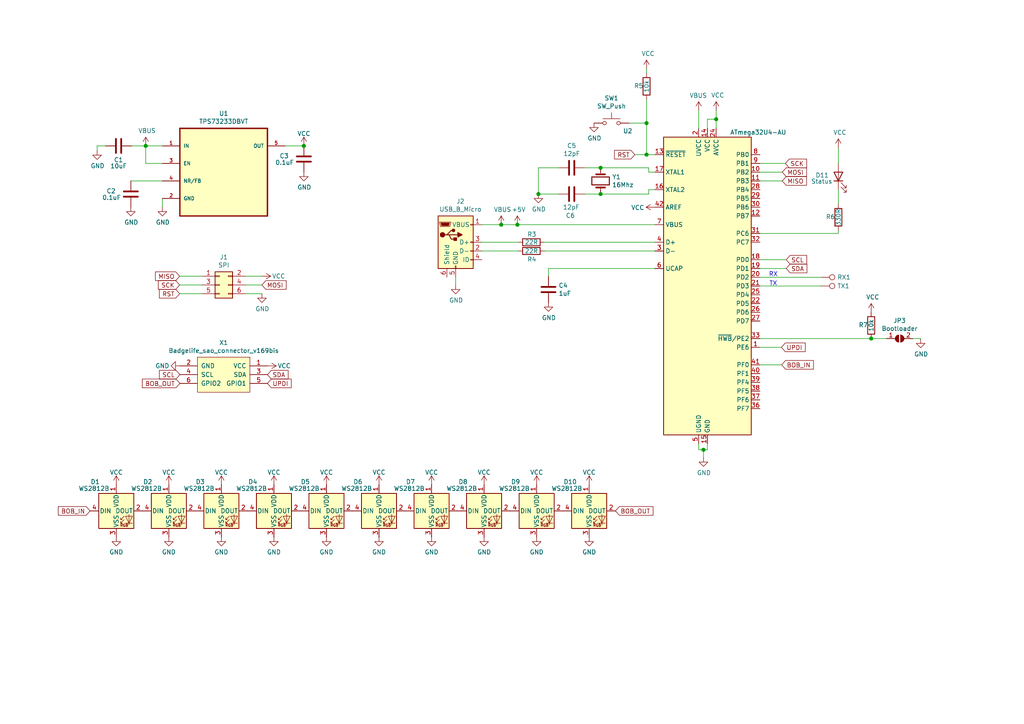
<source format=kicad_sch>
(kicad_sch (version 20210406) (generator eeschema)
  (paper "A4")
  (lib_symbols
    (symbol "Connector_Generic:Conn_02x03_Odd_Even" (pin_names (offset 1.016) hide)
      (property "Reference" "J" (at 1.27 5.08 0))
      (property "Value" "Conn_02x03_Odd_Even" (at 1.27 -5.08 0))
      (symbol "Conn_02x03_Odd_Even_1_1"
        (rectangle (start -1.27 -2.413) (end 0 -2.667) (stroke (width 0.1524)))
        (rectangle (start -1.27 0.127) (end 0 -0.127) (stroke (width 0.1524)))
        (rectangle (start -1.27 2.667) (end 0 2.413) (stroke (width 0.1524)))
        (rectangle (start 3.81 -2.413) (end 2.54 -2.667) (stroke (width 0.1524)))
        (rectangle (start 3.81 0.127) (end 2.54 -0.127) (stroke (width 0.1524)))
        (rectangle (start 3.81 2.667) (end 2.54 2.413) (stroke (width 0.1524)))
        (rectangle (start -1.27 3.81) (end 3.81 -3.81) (stroke (width 0.254)) (fill (type background)))
        (pin passive line (at -5.08 2.54 0) (length 3.81) (name "Pin_1") (number "1"))
        (pin passive line (at 7.62 2.54 180) (length 3.81) (name "Pin_2") (number "2"))
        (pin passive line (at -5.08 0 0) (length 3.81) (name "Pin_3") (number "3"))
        (pin passive line (at 7.62 0 180) (length 3.81) (name "Pin_4") (number "4"))
        (pin passive line (at -5.08 -2.54 0) (length 3.81) (name "Pin_5") (number "5"))
        (pin passive line (at 7.62 -2.54 180) (length 3.81) (name "Pin_6") (number "6"))
      )
    )
    (symbol "Device:C" (pin_numbers hide) (pin_names (offset 0.254))
      (property "Reference" "C" (at 0.635 2.54 0))
      (property "Value" "C" (at 0.635 -2.54 0))
      (symbol "C_0_1"
        (polyline (pts (xy -2.032 -0.762) (xy 2.032 -0.762)) (stroke (width 0.508)))
        (polyline (pts (xy -2.032 0.762) (xy 2.032 0.762)) (stroke (width 0.508)))
      )
      (symbol "C_1_1"
        (pin passive line (at 0 3.81 270) (length 2.794) (name "~") (number "1"))
        (pin passive line (at 0 -3.81 90) (length 2.794) (name "~") (number "2"))
      )
    )
    (symbol "Device:Crystal" (pin_numbers hide) (pin_names (offset 1.016) hide)
      (property "Reference" "Y" (at 0 3.81 0))
      (property "Value" "Crystal" (at 0 -3.81 0))
      (symbol "Crystal_0_1"
        (rectangle (start -1.143 2.54) (end 1.143 -2.54) (stroke (width 0.3048)))
        (polyline (pts (xy -2.54 0) (xy -1.905 0)))
        (polyline (pts (xy -1.905 -1.27) (xy -1.905 1.27)) (stroke (width 0.508)))
        (polyline (pts (xy 1.905 -1.27) (xy 1.905 1.27)) (stroke (width 0.508)))
        (polyline (pts (xy 2.54 0) (xy 1.905 0)))
      )
      (symbol "Crystal_1_1"
        (pin passive line (at -3.81 0 0) (length 1.27) (name "1") (number "1"))
        (pin passive line (at 3.81 0 180) (length 1.27) (name "2") (number "2"))
      )
    )
    (symbol "Device:LED" (pin_numbers hide) (pin_names (offset 1.016) hide)
      (property "Reference" "D" (at 0 2.54 0))
      (property "Value" "LED" (at 0 -2.54 0))
      (symbol "LED_0_1"
        (polyline (pts (xy -1.27 -1.27) (xy -1.27 1.27)) (stroke (width 0.254)))
        (polyline (pts (xy -1.27 0) (xy 1.27 0)))
        (polyline (pts (xy 1.27 -1.27) (xy 1.27 1.27) (xy -1.27 0) (xy 1.27 -1.27)) (stroke (width 0.254)))
        (polyline (pts (xy -3.048 -0.762) (xy -4.572 -2.286) (xy -3.81 -2.286) (xy -4.572 -2.286) (xy -4.572 -1.524)))
        (polyline (pts (xy -1.778 -0.762) (xy -3.302 -2.286) (xy -2.54 -2.286) (xy -3.302 -2.286) (xy -3.302 -1.524)))
      )
      (symbol "LED_1_1"
        (pin passive line (at -3.81 0 0) (length 2.54) (name "K") (number "1"))
        (pin passive line (at 3.81 0 180) (length 2.54) (name "A") (number "2"))
      )
    )
    (symbol "Device:R" (pin_numbers hide) (pin_names (offset 0))
      (property "Reference" "R" (at 2.032 0 90))
      (property "Value" "R" (at 0 0 90))
      (symbol "R_0_1"
        (rectangle (start -1.016 -2.54) (end 1.016 2.54) (stroke (width 0.254)))
      )
      (symbol "R_1_1"
        (pin passive line (at 0 3.81 270) (length 1.27) (name "~") (number "1"))
        (pin passive line (at 0 -3.81 90) (length 1.27) (name "~") (number "2"))
      )
    )
    (symbol "Jumper:SolderJumper_2_Open" (pin_names (offset 0) hide)
      (property "Reference" "JP" (at 0 2.032 0))
      (property "Value" "SolderJumper_2_Open" (at 0 -2.54 0))
      (symbol "SolderJumper_2_Open_0_1"
        (arc (start -0.254 1.016) (end -0.254 -1.016) (radius (at -0.254 0) (length 1.016) (angles 90.1 -90.1)))
        (arc (start 0.254 -1.016) (end 0.254 1.016) (radius (at 0.254 0) (length 1.016) (angles -89.9 89.9)))
        (arc (start -0.254 1.016) (end -0.254 -1.016) (radius (at -0.254 0) (length 1.016) (angles 90.1 -90.1)) (fill (type outline)))
        (arc (start 0.254 -1.016) (end 0.254 1.016) (radius (at 0.254 0) (length 1.016) (angles -89.9 89.9)) (fill (type outline)))
        (polyline (pts (xy -0.254 1.016) (xy -0.254 -1.016)))
        (polyline (pts (xy 0.254 1.016) (xy 0.254 -1.016)))
      )
      (symbol "SolderJumper_2_Open_1_1"
        (pin passive line (at -3.81 0 0) (length 2.54) (name "A") (number "1"))
        (pin passive line (at 3.81 0 180) (length 2.54) (name "B") (number "2"))
      )
    )
    (symbol "LED:WS2812B" (pin_names (offset 0.254))
      (property "Reference" "D" (at 5.08 5.715 0))
      (property "Value" "WS2812B" (at 1.27 -5.715 0))
      (symbol "WS2812B_0_0"
        (text "RGB" (at 2.286 -4.191 0) (effects (font (size 0.762 0.762))))
      )
      (symbol "WS2812B_0_1"
        (rectangle (start 5.08 5.08) (end -5.08 -5.08) (stroke (width 0.254)) (fill (type background)))
        (polyline (pts (xy 1.27 -3.556) (xy 1.778 -3.556)))
        (polyline (pts (xy 1.27 -2.54) (xy 1.778 -2.54)))
        (polyline (pts (xy 4.699 -3.556) (xy 2.667 -3.556)))
        (polyline (pts (xy 2.286 -2.54) (xy 1.27 -3.556) (xy 1.27 -3.048)))
        (polyline (pts (xy 2.286 -1.524) (xy 1.27 -2.54) (xy 1.27 -2.032)))
        (polyline (pts (xy 3.683 -1.016) (xy 3.683 -3.556) (xy 3.683 -4.064)))
        (polyline (pts (xy 4.699 -1.524) (xy 2.667 -1.524) (xy 3.683 -3.556) (xy 4.699 -1.524)))
      )
      (symbol "WS2812B_1_1"
        (pin power_in line (at 0 7.62 270) (length 2.54) (name "VDD") (number "1"))
        (pin output line (at 7.62 0 180) (length 2.54) (name "DOUT") (number "2"))
        (pin power_in line (at 0 -7.62 90) (length 2.54) (name "VSS") (number "3"))
        (pin input line (at -7.62 0 0) (length 2.54) (name "DIN") (number "4"))
      )
    )
    (symbol "Switch:SW_Push" (pin_numbers hide) (pin_names (offset 1.016) hide)
      (property "Reference" "SW" (at 1.27 2.54 0))
      (property "Value" "SW_Push" (at 0 -1.524 0))
      (symbol "SW_Push_0_1"
        (circle (center -2.032 0) (radius 0.508))
        (circle (center 2.032 0) (radius 0.508))
        (polyline (pts (xy 0 1.27) (xy 0 3.048)))
        (polyline (pts (xy 2.54 1.27) (xy -2.54 1.27)))
        (pin passive line (at -5.08 0 0) (length 2.54) (name "1") (number "1"))
        (pin passive line (at 5.08 0 180) (length 2.54) (name "2") (number "2"))
      )
    )
    (symbol "TPS73233DBVT:TPS73233DBVT" (pin_names (offset 1.016))
      (property "Reference" "U" (at -5.5118 12.0904 0))
      (property "Value" "TPS73233DBVT" (at -1.7018 -18.5928 0))
      (symbol "TPS73233DBVT_0_0"
        (rectangle (start -12.7 10.16) (end 12.7 -15.24) (stroke (width 0.4064)) (fill (type background)))
        (pin power_in line (at -17.78 5.08 0) (length 5.08) (name "IN") (number "1"))
        (pin passive line (at -17.78 -10.16 0) (length 5.08) (name "GND") (number "2"))
        (pin input line (at -17.78 0 0) (length 5.08) (name "EN") (number "3"))
        (pin input line (at -17.78 -5.08 0) (length 5.08) (name "NR/FB") (number "4"))
        (pin output line (at 17.78 5.08 180) (length 5.08) (name "OUT") (number "5"))
      )
    )
    (symbol "badgelife_shitty_addon_v169bis:Badgelife_sao_connector_v169bis" (pin_names (offset 1.016))
      (property "Reference" "X" (at -7.112 8.382 0))
      (property "Value" "Badgelife_sao_connector_v169bis" (at 0 6.35 0))
      (symbol "Badgelife_sao_connector_v169bis_0_1"
        (rectangle (start 7.62 5.08) (end -7.62 -5.08) (fill (type background)))
      )
      (symbol "Badgelife_sao_connector_v169bis_1_1"
        (pin input line (at 12.7 2.54 180) (length 5.08) (name "VCC") (number "1"))
        (pin input line (at -12.7 2.54 0) (length 5.08) (name "GND") (number "2"))
        (pin input line (at 12.7 0 180) (length 5.08) (name "SDA") (number "3"))
        (pin input line (at -12.7 0 0) (length 5.08) (name "SCL") (number "4"))
        (pin input line (at 12.7 -2.54 180) (length 5.08) (name "GPIO1") (number "5"))
        (pin input line (at -12.7 -2.54 0) (length 5.08) (name "GPIO2") (number "6"))
      )
    )
    (symbol "power:+5V" (power) (pin_names (offset 0))
      (property "Value" "+5V" (at 0 3.556 0))
      (symbol "+5V_0_1"
        (polyline (pts (xy -0.762 1.27) (xy 0 2.54)))
        (polyline (pts (xy 0 0) (xy 0 2.54)))
        (polyline (pts (xy 0 2.54) (xy 0.762 1.27)))
      )
      (symbol "+5V_1_1"
        (pin power_in line (at 0 0 90) (length 0) hide (name "+5V") (number "1"))
      )
    )
    (symbol "power:GND" (power) (pin_names (offset 0))
      (property "Value" "GND" (at 0 -3.81 0))
      (symbol "GND_0_1"
        (polyline (pts (xy 0 0) (xy 0 -1.27) (xy 1.27 -1.27) (xy 0 -2.54) (xy -1.27 -1.27) (xy 0 -1.27)))
      )
      (symbol "GND_1_1"
        (pin power_in line (at 0 0 270) (length 0) hide (name "GND") (number "1"))
      )
    )
    (symbol "power:VBUS" (power) (pin_names (offset 0))
      (property "Value" "VBUS" (at 0 3.81 0))
      (symbol "VBUS_0_1"
        (polyline (pts (xy -0.762 1.27) (xy 0 2.54)))
        (polyline (pts (xy 0 0) (xy 0 2.54)))
        (polyline (pts (xy 0 2.54) (xy 0.762 1.27)))
      )
      (symbol "VBUS_1_1"
        (pin power_in line (at 0 0 90) (length 0) hide (name "VBUS") (number "1"))
      )
    )
    (symbol "power:VCC" (power) (pin_names (offset 0))
      (property "Value" "VCC" (at 0 3.81 0))
      (symbol "VCC_0_1"
        (polyline (pts (xy -0.762 1.27) (xy 0 2.54)))
        (polyline (pts (xy 0 0) (xy 0 2.54)))
        (polyline (pts (xy 0 2.54) (xy 0.762 1.27)))
      )
      (symbol "VCC_1_1"
        (pin power_in line (at 0 0 90) (length 0) hide (name "VCC") (number "1"))
      )
    )
    (symbol "programmer-rescue:ATmega32U4-AU-MCU_Microchip_ATmega"
      (property "Reference" "U" (at -12.7 44.45 0))
      (property "Value" "ATmega32U4-AU-MCU_Microchip_ATmega" (at 2.54 -44.45 0))
      (symbol "ATmega32U4-AU-MCU_Microchip_ATmega_0_1"
        (rectangle (start -12.7 -43.18) (end 12.7 43.18) (stroke (width 0.254)) (fill (type background)))
      )
      (symbol "ATmega32U4-AU-MCU_Microchip_ATmega_1_1"
        (pin tri_state line (at 15.24 -17.78 180) (length 2.54) (name "PE6") (number "1"))
        (pin tri_state line (at 15.24 33.02 180) (length 2.54) (name "PB2") (number "10"))
        (pin tri_state line (at 15.24 30.48 180) (length 2.54) (name "PB3") (number "11"))
        (pin tri_state line (at 15.24 20.32 180) (length 2.54) (name "PB7") (number "12"))
        (pin input line (at -15.24 38.1 0) (length 2.54) (name "~RESET") (number "13"))
        (pin power_in line (at 0 45.72 270) (length 2.54) (name "VCC") (number "14"))
        (pin power_in line (at 0 -45.72 90) (length 2.54) (name "GND") (number "15"))
        (pin output line (at -15.24 27.94 0) (length 2.54) (name "XTAL2") (number "16"))
        (pin input line (at -15.24 33.02 0) (length 2.54) (name "XTAL1") (number "17"))
        (pin tri_state line (at 15.24 7.62 180) (length 2.54) (name "PD0") (number "18"))
        (pin tri_state line (at 15.24 5.08 180) (length 2.54) (name "PD1") (number "19"))
        (pin power_in line (at -2.54 45.72 270) (length 2.54) (name "UVCC") (number "2"))
        (pin tri_state line (at 15.24 2.54 180) (length 2.54) (name "PD2") (number "20"))
        (pin tri_state line (at 15.24 0 180) (length 2.54) (name "PD3") (number "21"))
        (pin tri_state line (at 15.24 -5.08 180) (length 2.54) (name "PD5") (number "22"))
        (pin passive line (at 0 -45.72 90) (length 2.54) hide (name "GND") (number "23"))
        (pin power_in line (at 2.54 45.72 270) (length 2.54) (name "AVCC") (number "24"))
        (pin tri_state line (at 15.24 -2.54 180) (length 2.54) (name "PD4") (number "25"))
        (pin tri_state line (at 15.24 -7.62 180) (length 2.54) (name "PD6") (number "26"))
        (pin tri_state line (at 15.24 -10.16 180) (length 2.54) (name "PD7") (number "27"))
        (pin tri_state line (at 15.24 27.94 180) (length 2.54) (name "PB4") (number "28"))
        (pin tri_state line (at 15.24 25.4 180) (length 2.54) (name "PB5") (number "29"))
        (pin bidirectional line (at -15.24 10.16 0) (length 2.54) (name "D-") (number "3"))
        (pin tri_state line (at 15.24 22.86 180) (length 2.54) (name "PB6") (number "30"))
        (pin tri_state line (at 15.24 15.24 180) (length 2.54) (name "PC6") (number "31"))
        (pin tri_state line (at 15.24 12.7 180) (length 2.54) (name "PC7") (number "32"))
        (pin tri_state line (at 15.24 -15.24 180) (length 2.54) (name "~HWB~/PE2") (number "33"))
        (pin passive line (at 0 45.72 270) (length 2.54) hide (name "VCC") (number "34"))
        (pin passive line (at 0 -45.72 90) (length 2.54) hide (name "GND") (number "35"))
        (pin tri_state line (at 15.24 -35.56 180) (length 2.54) (name "PF7") (number "36"))
        (pin tri_state line (at 15.24 -33.02 180) (length 2.54) (name "PF6") (number "37"))
        (pin tri_state line (at 15.24 -30.48 180) (length 2.54) (name "PF5") (number "38"))
        (pin tri_state line (at 15.24 -27.94 180) (length 2.54) (name "PF4") (number "39"))
        (pin bidirectional line (at -15.24 12.7 0) (length 2.54) (name "D+") (number "4"))
        (pin tri_state line (at 15.24 -25.4 180) (length 2.54) (name "PF1") (number "40"))
        (pin tri_state line (at 15.24 -22.86 180) (length 2.54) (name "PF0") (number "41"))
        (pin passive line (at -15.24 22.86 0) (length 2.54) (name "AREF") (number "42"))
        (pin passive line (at 0 -45.72 90) (length 2.54) hide (name "GND") (number "43"))
        (pin passive line (at 2.54 45.72 270) (length 2.54) hide (name "AVCC") (number "44"))
        (pin passive line (at -2.54 -45.72 90) (length 2.54) (name "UGND") (number "5"))
        (pin passive line (at -15.24 5.08 0) (length 2.54) (name "UCAP") (number "6"))
        (pin input line (at -15.24 17.78 0) (length 2.54) (name "VBUS") (number "7"))
        (pin tri_state line (at 15.24 38.1 180) (length 2.54) (name "PB0") (number "8"))
        (pin tri_state line (at 15.24 35.56 180) (length 2.54) (name "PB1") (number "9"))
      )
    )
    (symbol "programmer-rescue:Test_Point-Connector_Specialized" (pin_numbers hide) (pin_names (offset 0.762) hide)
      (property "Reference" "TP" (at 0 6.858 0))
      (property "Value" "Test_Point-Connector_Specialized" (at 0 5.08 0))
      (symbol "Test_Point-Connector_Specialized_0_1"
        (circle (center 0 3.302) (radius 0.762))
      )
      (symbol "Test_Point-Connector_Specialized_1_1"
        (pin passive line (at 0 0 90) (length 2.54) (name "1") (number "1"))
      )
    )
    (symbol "programmer-rescue:USB_B_Micro-Connector_Specialized" (pin_names (offset 1.016))
      (property "Reference" "J" (at -5.08 11.43 0))
      (property "Value" "USB_B_Micro-Connector_Specialized" (at -5.08 8.89 0))
      (symbol "USB_B_Micro-Connector_Specialized_0_1"
        (circle (center -3.81 2.159) (radius 0.635) (stroke (width 0.254)) (fill (type outline)))
        (circle (center -0.635 3.429) (radius 0.381) (stroke (width 0.254)) (fill (type outline)))
        (rectangle (start -0.127 -7.62) (end 0.127 -6.858))
        (rectangle (start 5.08 -5.207) (end 4.318 -4.953))
        (rectangle (start 5.08 -2.667) (end 4.318 -2.413))
        (rectangle (start 5.08 -0.127) (end 4.318 0.127))
        (rectangle (start 5.08 4.953) (end 4.318 5.207))
        (rectangle (start 0.254 1.27) (end -0.508 0.508) (stroke (width 0.254)) (fill (type outline)))
        (rectangle (start -5.08 -7.62) (end 5.08 7.62) (stroke (width 0.254)) (fill (type background)))
        (polyline (pts (xy -1.905 2.159) (xy 0.635 2.159)) (stroke (width 0.254)))
        (polyline (pts (xy -3.175 2.159) (xy -2.54 2.159) (xy -1.27 3.429) (xy -0.635 3.429)) (stroke (width 0.254)))
        (polyline (pts (xy -2.54 2.159) (xy -1.905 2.159) (xy -1.27 0.889) (xy 0 0.889)) (stroke (width 0.254)))
        (polyline (pts (xy -4.699 5.842) (xy -4.699 5.588) (xy -4.445 4.826) (xy -4.445 4.572) (xy -1.651 4.572) (xy -1.651 4.826) (xy -1.397 5.588) (xy -1.397 5.842) (xy -4.699 5.842)))
        (polyline (pts (xy 0.635 2.794) (xy 0.635 1.524) (xy 1.905 2.159) (xy 0.635 2.794)) (stroke (width 0.254)) (fill (type outline)))
        (polyline (pts (xy -4.318 5.588) (xy -1.778 5.588) (xy -2.032 4.826) (xy -4.064 4.826) (xy -4.318 5.588)) (fill (type outline)))
      )
      (symbol "USB_B_Micro-Connector_Specialized_1_1"
        (pin power_out line (at 7.62 5.08 180) (length 2.54) (name "VBUS") (number "1"))
        (pin passive line (at 7.62 -2.54 180) (length 2.54) (name "D-") (number "2"))
        (pin passive line (at 7.62 0 180) (length 2.54) (name "D+") (number "3"))
        (pin passive line (at 7.62 -5.08 180) (length 2.54) (name "ID") (number "4"))
        (pin power_out line (at 0 -10.16 90) (length 2.54) (name "GND") (number "5"))
        (pin passive line (at -2.54 -10.16 90) (length 2.54) (name "Shield") (number "6"))
      )
    )
  )
  (junction (at 42.2656 42.3164) (diameter 1.016))
  (junction (at 88.138 42.3164) (diameter 1.016))
  (junction (at 145.3642 65.1764) (diameter 1.016))
  (junction (at 150.0632 65.1764) (diameter 1.016))
  (junction (at 156.1592 56.2864) (diameter 1.016))
  (junction (at 174.1932 48.6664) (diameter 1.016))
  (junction (at 174.1932 56.2864) (diameter 1.016))
  (junction (at 187.5282 35.7124) (diameter 1.016))
  (junction (at 187.5282 44.8564) (diameter 1.016))
  (junction (at 204.0382 130.4544) (diameter 1.016))
  (junction (at 207.7212 34.5694) (diameter 1.016))
  (junction (at 252.6792 98.1964) (diameter 1.016))
  (wire (pts (xy 28.1686 42.3164) (xy 30.5816 42.3164)))
  (wire (pts (xy 28.1686 43.7134) (xy 28.1686 42.3164)))
  (wire (pts (xy 37.9476 52.4764) (xy 47.0916 52.4764)))
  (wire (pts (xy 38.2016 42.3164) (xy 42.2656 42.3164)))
  (wire (pts (xy 42.2656 42.3164) (xy 47.0916 42.3164)))
  (wire (pts (xy 42.2656 47.3964) (xy 42.2656 42.3164)))
  (wire (pts (xy 47.0916 47.3964) (xy 42.2656 47.3964)))
  (wire (pts (xy 47.0916 60.0964) (xy 47.0916 57.5564)))
  (wire (pts (xy 52.0954 82.6516) (xy 58.5724 82.6516)))
  (wire (pts (xy 58.5724 80.1116) (xy 52.0954 80.1116)))
  (wire (pts (xy 58.5724 85.1916) (xy 52.0954 85.1916)))
  (wire (pts (xy 71.2724 82.6516) (xy 75.9714 82.6516)))
  (wire (pts (xy 75.9714 80.1116) (xy 71.2724 80.1116)))
  (wire (pts (xy 75.9714 85.1916) (xy 71.2724 85.1916)))
  (wire (pts (xy 82.6516 42.3164) (xy 88.138 42.3164)))
  (wire (pts (xy 132.1562 82.7024) (xy 132.1562 80.4164)))
  (wire (pts (xy 139.7762 65.1764) (xy 145.3642 65.1764)))
  (wire (pts (xy 139.7762 70.2564) (xy 150.3172 70.2564)))
  (wire (pts (xy 139.7762 72.7964) (xy 150.3172 72.7964)))
  (wire (pts (xy 145.3642 65.1764) (xy 150.0632 65.1764)))
  (wire (pts (xy 150.0632 65.1764) (xy 189.9412 65.1764)))
  (wire (pts (xy 156.1592 48.6664) (xy 156.1592 56.2864)))
  (wire (pts (xy 156.1592 56.2864) (xy 162.0012 56.2864)))
  (wire (pts (xy 157.9372 70.2564) (xy 189.9412 70.2564)))
  (wire (pts (xy 157.9372 72.7964) (xy 189.9412 72.7964)))
  (wire (pts (xy 159.0802 77.8764) (xy 159.0802 80.1624)))
  (wire (pts (xy 159.0802 77.8764) (xy 189.9412 77.8764)))
  (wire (pts (xy 162.0012 48.6664) (xy 156.1592 48.6664)))
  (wire (pts (xy 169.6212 48.6664) (xy 174.1932 48.6664)))
  (wire (pts (xy 169.6212 56.2864) (xy 174.1932 56.2864)))
  (wire (pts (xy 174.1932 56.2864) (xy 188.1632 56.2864)))
  (wire (pts (xy 182.4482 35.7124) (xy 187.5282 35.7124)))
  (wire (pts (xy 184.0992 44.8564) (xy 187.5282 44.8564)))
  (wire (pts (xy 187.5282 19.9644) (xy 187.5282 21.2344)))
  (wire (pts (xy 187.5282 28.8544) (xy 187.5282 35.7124)))
  (wire (pts (xy 187.5282 35.7124) (xy 187.5282 44.8564)))
  (wire (pts (xy 187.5282 44.8564) (xy 189.9412 44.8564)))
  (wire (pts (xy 188.1632 48.6664) (xy 174.1932 48.6664)))
  (wire (pts (xy 188.1632 49.9364) (xy 188.1632 48.6664)))
  (wire (pts (xy 188.1632 55.0164) (xy 188.1632 56.2864)))
  (wire (pts (xy 189.9412 49.9364) (xy 188.1632 49.9364)))
  (wire (pts (xy 189.9412 55.0164) (xy 188.1632 55.0164)))
  (wire (pts (xy 202.6412 32.0294) (xy 202.6412 37.2364)))
  (wire (pts (xy 202.6412 128.6764) (xy 202.6412 130.4544)))
  (wire (pts (xy 202.6412 130.4544) (xy 204.0382 130.4544)))
  (wire (pts (xy 204.0382 130.4544) (xy 205.1812 130.4544)))
  (wire (pts (xy 204.0382 132.7404) (xy 204.0382 130.4544)))
  (wire (pts (xy 205.1812 34.5694) (xy 205.1812 37.2364)))
  (wire (pts (xy 205.1812 34.5694) (xy 207.7212 34.5694)))
  (wire (pts (xy 205.1812 130.4544) (xy 205.1812 128.6764)))
  (wire (pts (xy 207.7212 32.0294) (xy 207.7212 34.5694)))
  (wire (pts (xy 207.7212 34.5694) (xy 207.7212 37.2364)))
  (wire (pts (xy 220.4212 49.9364) (xy 226.8982 49.9364)))
  (wire (pts (xy 220.4212 52.4764) (xy 226.8982 52.4764)))
  (wire (pts (xy 220.4212 67.7164) (xy 243.1542 67.7164)))
  (wire (pts (xy 220.4212 80.4164) (xy 238.0742 80.4164)))
  (wire (pts (xy 220.4212 105.8164) (xy 226.7204 105.8164)))
  (wire (pts (xy 226.6442 100.7364) (xy 220.4212 100.7364)))
  (wire (pts (xy 227.7872 47.3964) (xy 220.4212 47.3964)))
  (wire (pts (xy 228.0412 75.3364) (xy 220.4212 75.3364)))
  (wire (pts (xy 228.0412 77.8764) (xy 220.4212 77.8764)))
  (wire (pts (xy 238.0742 82.9564) (xy 220.4212 82.9564)))
  (wire (pts (xy 243.1542 42.8244) (xy 243.1542 47.3964)))
  (wire (pts (xy 243.1542 59.2074) (xy 243.1542 55.0164)))
  (wire (pts (xy 243.1542 67.7164) (xy 243.1542 66.8274)))
  (wire (pts (xy 252.6792 98.1964) (xy 220.4212 98.1964)))
  (wire (pts (xy 257.1242 98.1964) (xy 252.6792 98.1964)))
  (wire (pts (xy 264.7442 98.1964) (xy 267.0302 98.1964)))
  (wire (pts (xy 267.0302 98.1964) (xy 267.0302 98.3234)))
  (text "RX" (at 222.9612 80.4164 0) (effects (font (size 1.27 1.27)) (justify left bottom)))
  (text "TX" (at 223.0882 83.0834 0) (effects (font (size 1.27 1.27)) (justify left bottom)))
  (global_label "BOB_IN" (shape input) (at 26.1112 148.1836 180) (property "Intersheet References" "${INTERSHEET_REFS}" (effects hide)))
  (global_label "MISO" (shape input) (at 52.0954 80.1116 180) (property "Intersheet References" "${INTERSHEET_REFS}" (effects hide)))
  (global_label "SCK" (shape input) (at 52.0954 82.6516 180) (property "Intersheet References" "${INTERSHEET_REFS}" (effects hide)))
  (global_label "RST" (shape input) (at 52.0954 85.1916 180) (property "Intersheet References" "${INTERSHEET_REFS}" (effects hide)))
  (global_label "SCL" (shape input) (at 52.1716 108.6612 180) (property "Intersheet References" "${INTERSHEET_REFS}" (effects hide)))
  (global_label "BOB_OUT" (shape input) (at 52.1716 111.2012 180) (property "Intersheet References" "${INTERSHEET_REFS}" (effects hide)))
  (global_label "MOSI" (shape input) (at 75.9714 82.6516 0) (property "Intersheet References" "${INTERSHEET_REFS}" (effects hide)))
  (global_label "SDA" (shape input) (at 77.5716 108.6612 0) (property "Intersheet References" "${INTERSHEET_REFS}" (effects hide)))
  (global_label "UPDI" (shape input) (at 77.5716 111.2012 0) (property "Intersheet References" "${INTERSHEET_REFS}" (effects hide)))
  (global_label "BOB_OUT" (shape input) (at 178.5112 148.1836 0) (property "Intersheet References" "${INTERSHEET_REFS}" (effects hide)))
  (global_label "RST" (shape input) (at 184.0992 44.8564 180) (property "Intersheet References" "${INTERSHEET_REFS}" (effects hide)))
  (global_label "UPDI" (shape input) (at 226.6442 100.7364 0) (property "Intersheet References" "${INTERSHEET_REFS}" (effects hide)))
  (global_label "BOB_IN" (shape input) (at 226.7204 105.8164 0) (property "Intersheet References" "${INTERSHEET_REFS}" (effects hide)))
  (global_label "MOSI" (shape input) (at 226.8982 49.9364 0) (property "Intersheet References" "${INTERSHEET_REFS}" (effects hide)))
  (global_label "MISO" (shape input) (at 226.8982 52.4764 0) (property "Intersheet References" "${INTERSHEET_REFS}" (effects hide)))
  (global_label "SCK" (shape input) (at 227.7872 47.3964 0) (property "Intersheet References" "${INTERSHEET_REFS}" (effects hide)))
  (global_label "SCL" (shape input) (at 228.0412 75.3364 0) (property "Intersheet References" "${INTERSHEET_REFS}" (effects hide)))
  (global_label "SDA" (shape input) (at 228.0412 77.8764 0) (property "Intersheet References" "${INTERSHEET_REFS}" (effects hide)))
  (symbol (lib_id "power:VCC") (at 33.7312 140.5636 0) (unit 1)
    (property "Reference" "#PWR0105" (effects hide))
    (property "Value" "VCC" (at 33.7312 137.0162 0))
  )
  (symbol (lib_id "power:VBUS") (at 42.2656 42.3164 0) (unit 1)
    (property "Reference" "#PWR05" (effects hide))
    (property "Value" "VBUS" (at 42.6466 37.9222 0))
  )
  (symbol (lib_id "power:VCC") (at 48.9712 140.5636 0) (unit 1)
    (property "Reference" "#PWR0104" (effects hide))
    (property "Value" "VCC" (at 48.9712 137.0162 0))
  )
  (symbol (lib_id "power:VCC") (at 64.2112 140.5636 0) (unit 1)
    (property "Reference" "#PWR0106" (effects hide))
    (property "Value" "VCC" (at 64.2112 137.0162 0))
  )
  (symbol (lib_id "power:VCC") (at 75.9714 80.1116 270) (unit 1)
    (property "Reference" "#PWR010" (effects hide))
    (property "Value" "VCC" (at 78.8924 80.1116 90) (effects (justify left)))
  )
  (symbol (lib_id "power:VCC") (at 77.5716 106.1212 270) (unit 1)
    (property "Reference" "#PWR0101" (effects hide))
    (property "Value" "VCC" (at 80.4926 106.1212 90) (effects (justify left)))
  )
  (symbol (lib_id "power:VCC") (at 79.4512 140.5636 0) (unit 1)
    (property "Reference" "#PWR0107" (effects hide))
    (property "Value" "VCC" (at 79.4512 137.0162 0))
  )
  (symbol (lib_id "power:VCC") (at 88.138 42.3164 0) (unit 1)
    (property "Reference" "#PWR0112" (effects hide))
    (property "Value" "VCC" (at 88.138 38.769 0))
  )
  (symbol (lib_id "power:VCC") (at 94.6912 140.5636 0) (unit 1)
    (property "Reference" "#PWR0108" (effects hide))
    (property "Value" "VCC" (at 94.6912 137.0162 0))
  )
  (symbol (lib_id "power:VCC") (at 109.9312 140.5636 0) (unit 1)
    (property "Reference" "#PWR0102" (effects hide))
    (property "Value" "VCC" (at 109.9312 137.0162 0))
  )
  (symbol (lib_id "power:VCC") (at 125.1712 140.5636 0) (unit 1)
    (property "Reference" "#PWR0103" (effects hide))
    (property "Value" "VCC" (at 125.1712 137.0162 0))
  )
  (symbol (lib_id "power:VCC") (at 140.4112 140.5636 0) (unit 1)
    (property "Reference" "#PWR0109" (effects hide))
    (property "Value" "VCC" (at 140.4112 137.0162 0))
  )
  (symbol (lib_id "power:VBUS") (at 145.3642 65.1764 0) (unit 1)
    (property "Reference" "#PWR035" (effects hide))
    (property "Value" "VBUS" (at 145.7452 60.7822 0))
  )
  (symbol (lib_id "power:+5V") (at 150.0632 65.1764 0) (unit 1)
    (property "Reference" "#PWR036" (effects hide))
    (property "Value" "+5V" (at 150.4442 60.7822 0))
  )
  (symbol (lib_id "power:VCC") (at 155.6512 140.5636 0) (unit 1)
    (property "Reference" "#PWR0110" (effects hide))
    (property "Value" "VCC" (at 155.6512 137.0162 0))
  )
  (symbol (lib_id "power:VCC") (at 170.8912 140.5636 0) (unit 1)
    (property "Reference" "#PWR0111" (effects hide))
    (property "Value" "VCC" (at 170.8912 137.0162 0))
  )
  (symbol (lib_id "power:VCC") (at 187.5282 19.9644 0) (unit 1)
    (property "Reference" "#PWR044" (effects hide))
    (property "Value" "VCC" (at 187.96 15.5702 0))
  )
  (symbol (lib_id "power:VCC") (at 189.9412 60.0964 90) (unit 1)
    (property "Reference" "#PWR045" (effects hide))
    (property "Value" "VCC" (at 186.8932 60.2234 90) (effects (justify left)))
  )
  (symbol (lib_id "power:VBUS") (at 202.6412 32.0294 0) (unit 1)
    (property "Reference" "#PWR046" (effects hide))
    (property "Value" "VBUS" (at 202.5142 27.7114 0))
  )
  (symbol (lib_id "power:VCC") (at 207.7212 32.0294 0) (unit 1)
    (property "Reference" "#PWR048" (effects hide))
    (property "Value" "VCC" (at 208.153 27.6352 0))
  )
  (symbol (lib_id "power:VCC") (at 243.1542 42.8244 0) (unit 1)
    (property "Reference" "#PWR049" (effects hide))
    (property "Value" "VCC" (at 243.586 38.4302 0))
  )
  (symbol (lib_id "power:VCC") (at 252.6792 90.5764 0) (unit 1)
    (property "Reference" "#PWR050" (effects hide))
    (property "Value" "VCC" (at 253.111 86.1822 0))
  )
  (symbol (lib_id "programmer-rescue:Test_Point-Connector_Specialized") (at 238.0742 80.4164 270) (unit 1)
    (property "Reference" "RX1" (at 242.824 80.4164 90) (effects (justify left)))
    (property "Value" "Test_Point" (effects hide))
    (property "Footprint" "TestPoint:TestPoint_Pad_2.0x2.0mm" (effects hide))
  )
  (symbol (lib_id "programmer-rescue:Test_Point-Connector_Specialized") (at 238.0742 82.9564 270) (unit 1)
    (property "Reference" "TX1" (at 242.824 82.9564 90) (effects (justify left)))
    (property "Value" "Test_Point" (effects hide))
    (property "Footprint" "TestPoint:TestPoint_Pad_2.0x2.0mm" (effects hide))
  )
  (symbol (lib_id "power:GND") (at 28.1686 43.7134 0) (unit 1)
    (property "Reference" "#PWR01" (effects hide))
    (property "Value" "GND" (at 28.2956 48.1076 0))
  )
  (symbol (lib_id "power:GND") (at 33.7312 155.8036 0) (unit 1)
    (property "Reference" "#PWR04" (effects hide))
    (property "Value" "GND" (at 33.7312 160.128 0))
  )
  (symbol (lib_id "power:GND") (at 37.9476 60.0964 0) (unit 1)
    (property "Reference" "#PWR02" (effects hide))
    (property "Value" "GND" (at 38.0746 64.4906 0))
  )
  (symbol (lib_id "power:GND") (at 47.0916 60.0964 0) (unit 1)
    (property "Reference" "#PWR06" (effects hide))
    (property "Value" "GND" (at 47.2186 64.4906 0))
  )
  (symbol (lib_id "power:GND") (at 48.9712 155.8036 0) (unit 1)
    (property "Reference" "#PWR08" (effects hide))
    (property "Value" "GND" (at 48.9712 160.128 0))
  )
  (symbol (lib_id "power:GND") (at 52.1716 106.1212 270) (unit 1)
    (property "Reference" "#PWR015" (effects hide))
    (property "Value" "GND" (at 47.0916 106.1212 90))
  )
  (symbol (lib_id "power:GND") (at 64.2112 155.8036 0) (unit 1)
    (property "Reference" "#PWR013" (effects hide))
    (property "Value" "GND" (at 64.2112 160.128 0))
  )
  (symbol (lib_id "power:GND") (at 75.9714 85.1916 0) (unit 1)
    (property "Reference" "#PWR011" (effects hide))
    (property "Value" "GND" (at 76.0984 89.5858 0))
  )
  (symbol (lib_id "power:GND") (at 79.4512 155.8036 0) (unit 1)
    (property "Reference" "#PWR017" (effects hide))
    (property "Value" "GND" (at 79.4512 160.128 0))
  )
  (symbol (lib_id "power:GND") (at 88.138 49.9364 0) (unit 1)
    (property "Reference" "#PWR019" (effects hide))
    (property "Value" "GND" (at 88.265 54.3306 0))
  )
  (symbol (lib_id "power:GND") (at 94.6912 155.8036 0) (unit 1)
    (property "Reference" "#PWR023" (effects hide))
    (property "Value" "GND" (at 94.6912 160.128 0))
  )
  (symbol (lib_id "power:GND") (at 109.9312 155.8036 0) (unit 1)
    (property "Reference" "#PWR026" (effects hide))
    (property "Value" "GND" (at 109.9312 160.128 0))
  )
  (symbol (lib_id "power:GND") (at 125.1712 155.8036 0) (unit 1)
    (property "Reference" "#PWR030" (effects hide))
    (property "Value" "GND" (at 125.1712 160.128 0))
  )
  (symbol (lib_id "power:GND") (at 132.1562 82.7024 0) (unit 1)
    (property "Reference" "#PWR032" (effects hide))
    (property "Value" "GND" (at 132.2832 87.0966 0))
  )
  (symbol (lib_id "power:GND") (at 140.4112 155.8036 0) (unit 1)
    (property "Reference" "#PWR034" (effects hide))
    (property "Value" "GND" (at 140.4112 160.128 0))
  )
  (symbol (lib_id "power:GND") (at 155.6512 155.8036 0) (unit 1)
    (property "Reference" "#PWR038" (effects hide))
    (property "Value" "GND" (at 155.6512 160.128 0))
  )
  (symbol (lib_id "power:GND") (at 156.1592 56.2864 0) (unit 1)
    (property "Reference" "#PWR039" (effects hide))
    (property "Value" "GND" (at 156.2862 60.6806 0))
  )
  (symbol (lib_id "power:GND") (at 159.0802 87.7824 0) (unit 1)
    (property "Reference" "#PWR040" (effects hide))
    (property "Value" "GND" (at 159.2072 92.1766 0))
  )
  (symbol (lib_id "power:GND") (at 170.8912 155.8036 0) (unit 1)
    (property "Reference" "#PWR042" (effects hide))
    (property "Value" "GND" (at 170.8912 160.128 0))
  )
  (symbol (lib_id "power:GND") (at 172.2882 35.7124 0) (unit 1)
    (property "Reference" "#PWR043" (effects hide))
    (property "Value" "GND" (at 172.4152 40.1066 0))
  )
  (symbol (lib_id "power:GND") (at 204.0382 132.7404 0) (unit 1)
    (property "Reference" "#PWR047" (effects hide))
    (property "Value" "GND" (at 204.1652 137.1346 0))
  )
  (symbol (lib_id "power:GND") (at 267.0302 98.3234 0) (unit 1)
    (property "Reference" "#PWR053" (effects hide))
    (property "Value" "GND" (at 267.1572 102.7176 0))
  )
  (symbol (lib_id "Jumper:SolderJumper_2_Open") (at 260.9342 98.1964 0) (unit 1)
    (property "Reference" "JP3" (at 260.9342 92.9894 0))
    (property "Value" "Bootloader" (at 260.9342 95.3008 0))
    (property "Footprint" "Jumper:SolderJumper-2_P1.3mm_Open_RoundedPad1.0x1.5mm" (effects hide))
  )
  (symbol (lib_id "Device:R") (at 154.1272 70.2564 270) (unit 1)
    (property "Reference" "R3" (at 154.2542 67.9704 90))
    (property "Value" "22R" (at 154.1272 70.2564 90))
    (property "Footprint" "Resistor_SMD:R_0603_1608Metric" (effects hide))
  )
  (symbol (lib_id "Device:R") (at 154.1272 72.7964 270) (unit 1)
    (property "Reference" "R4" (at 154.2542 75.2094 90))
    (property "Value" "22R" (at 154.1272 72.7964 90))
    (property "Footprint" "Resistor_SMD:R_0603_1608Metric" (effects hide))
  )
  (symbol (lib_id "Device:R") (at 187.5282 25.0444 0) (unit 1)
    (property "Reference" "R5" (at 185.2422 24.9174 0))
    (property "Value" "10k" (at 187.5282 25.0444 90))
    (property "Footprint" "Resistor_SMD:R_0603_1608Metric" (effects hide))
  )
  (symbol (lib_id "Device:R") (at 243.1542 63.0174 0) (unit 1)
    (property "Reference" "R6" (at 240.8682 62.8904 0))
    (property "Value" "330R" (at 243.1542 63.0174 90))
    (property "Footprint" "Resistor_SMD:R_0603_1608Metric" (effects hide))
  )
  (symbol (lib_id "Device:R") (at 252.6792 94.3864 0) (unit 1)
    (property "Reference" "R7" (at 250.3932 94.2594 0))
    (property "Value" "10k" (at 252.6792 94.3864 90))
    (property "Footprint" "Resistor_SMD:R_0603_1608Metric" (effects hide))
  )
  (symbol (lib_id "Device:LED") (at 243.1542 51.2064 90) (unit 1)
    (property "Reference" "D11" (at 238.4552 50.8254 90))
    (property "Value" "Status" (at 238.3282 52.6034 90))
    (property "Footprint" "LED_SMD:LED_0603_1608Metric" (effects hide))
  )
  (symbol (lib_id "Device:C") (at 34.3916 42.3164 270) (unit 1)
    (property "Reference" "C1" (at 34.3916 46.3804 90))
    (property "Value" "10uF" (at 34.3916 48.1584 90))
    (property "Footprint" "Capacitor_SMD:C_0603_1608Metric" (effects hide))
  )
  (symbol (lib_id "Device:C") (at 37.9476 56.2864 180) (unit 1)
    (property "Reference" "C2" (at 32.2326 55.3974 0))
    (property "Value" "0.1uF" (at 32.3596 57.3024 0))
    (property "Footprint" "Capacitor_SMD:C_0603_1608Metric" (effects hide))
  )
  (symbol (lib_id "Device:C") (at 88.138 46.1264 180) (unit 1)
    (property "Reference" "C3" (at 82.423 45.2374 0))
    (property "Value" "0.1uF" (at 82.55 47.1424 0))
    (property "Footprint" "Capacitor_SMD:C_0603_1608Metric" (effects hide))
  )
  (symbol (lib_id "Device:C") (at 159.0802 83.9724 0) (unit 1)
    (property "Reference" "C4" (at 162.0012 82.804 0) (effects (justify left)))
    (property "Value" "1uF" (at 162.0012 85.1154 0) (effects (justify left)))
    (property "Footprint" "Capacitor_SMD:C_0603_1608Metric" (effects hide))
  )
  (symbol (lib_id "Device:C") (at 165.8112 48.6664 270) (unit 1)
    (property "Reference" "C5" (at 165.8112 42.2656 90))
    (property "Value" "12pF" (at 165.8112 44.577 90))
    (property "Footprint" "Capacitor_SMD:C_0603_1608Metric" (effects hide))
  )
  (symbol (lib_id "Device:C") (at 165.8112 56.2864 270) (unit 1)
    (property "Reference" "C6" (at 165.4302 62.5094 90))
    (property "Value" "12pF" (at 165.6842 60.0964 90))
    (property "Footprint" "Capacitor_SMD:C_0603_1608Metric" (effects hide))
  )
  (symbol (lib_id "Switch:SW_Push") (at 177.3682 35.7124 0) (unit 1)
    (property "Reference" "SW1" (at 177.3682 28.4734 0))
    (property "Value" "SW_Push" (at 177.3682 30.7848 0))
    (property "Footprint" "lip_fp:Wurth_434331013822" (effects hide))
  )
  (symbol (lib_id "Device:Crystal") (at 174.1932 52.4764 90) (unit 1)
    (property "Reference" "Y1" (at 177.5206 51.308 90) (effects (justify right)))
    (property "Value" "16Mhz" (at 177.5206 53.6194 90) (effects (justify right)))
    (property "Footprint" "Crystal:Crystal_SMD_HC49-SD" (effects hide))
  )
  (symbol (lib_id "Connector_Generic:Conn_02x03_Odd_Even") (at 63.6524 82.6516 0) (unit 1)
    (property "Reference" "J1" (at 64.9224 74.5998 0))
    (property "Value" "SPI" (at 64.9224 76.9112 0))
    (property "Footprint" "Connector_PinHeader_2.54mm:PinHeader_2x03_P2.54mm_Vertical" (effects hide))
  )
  (symbol (lib_id "programmer-rescue:USB_B_Micro-Connector_Specialized") (at 132.1562 70.2564 0) (unit 1)
    (property "Reference" "J2" (at 133.5532 58.3946 0))
    (property "Value" "USB_B_Micro" (at 133.5532 60.706 0))
    (property "Footprint" "Connector_USB:USB_Micro-B_Molex_47346-0001" (effects hide))
  )
  (symbol (lib_id "LED:WS2812B") (at 33.7312 148.1836 0) (unit 1)
    (property "Reference" "D1" (at 26.2637 139.7519 0) (effects (justify left)))
    (property "Value" "WS2812B" (at 22.7585 141.695 0) (effects (justify left)))
    (property "Footprint" "LED_SMD:LED_WS2812B_PLCC4_5.0x5.0mm_P3.2mm" (effects hide))
    (property "Datasheet" "https://cdn-shop.adafruit.com/datasheets/WS2812B.pdf" (effects hide))
  )
  (symbol (lib_id "LED:WS2812B") (at 48.9712 148.1836 0) (unit 1)
    (property "Reference" "D2" (at 41.5037 139.7519 0) (effects (justify left)))
    (property "Value" "WS2812B" (at 37.9985 141.695 0) (effects (justify left)))
    (property "Footprint" "LED_SMD:LED_WS2812B_PLCC4_5.0x5.0mm_P3.2mm" (effects hide))
    (property "Datasheet" "https://cdn-shop.adafruit.com/datasheets/WS2812B.pdf" (effects hide))
  )
  (symbol (lib_id "LED:WS2812B") (at 64.2112 148.1836 0) (unit 1)
    (property "Reference" "D3" (at 56.7437 139.7519 0) (effects (justify left)))
    (property "Value" "WS2812B" (at 53.2385 141.695 0) (effects (justify left)))
    (property "Footprint" "LED_SMD:LED_WS2812B_PLCC4_5.0x5.0mm_P3.2mm" (effects hide))
    (property "Datasheet" "https://cdn-shop.adafruit.com/datasheets/WS2812B.pdf" (effects hide))
  )
  (symbol (lib_id "LED:WS2812B") (at 79.4512 148.1836 0) (unit 1)
    (property "Reference" "D4" (at 71.9837 139.7519 0) (effects (justify left)))
    (property "Value" "WS2812B" (at 68.4785 141.695 0) (effects (justify left)))
    (property "Footprint" "LED_SMD:LED_WS2812B_PLCC4_5.0x5.0mm_P3.2mm" (effects hide))
    (property "Datasheet" "https://cdn-shop.adafruit.com/datasheets/WS2812B.pdf" (effects hide))
  )
  (symbol (lib_id "LED:WS2812B") (at 94.6912 148.1836 0) (unit 1)
    (property "Reference" "D5" (at 87.2237 139.7519 0) (effects (justify left)))
    (property "Value" "WS2812B" (at 83.7185 141.695 0) (effects (justify left)))
    (property "Footprint" "LED_SMD:LED_WS2812B_PLCC4_5.0x5.0mm_P3.2mm" (effects hide))
    (property "Datasheet" "https://cdn-shop.adafruit.com/datasheets/WS2812B.pdf" (effects hide))
  )
  (symbol (lib_id "LED:WS2812B") (at 109.9312 148.1836 0) (unit 1)
    (property "Reference" "D6" (at 102.4637 139.7519 0) (effects (justify left)))
    (property "Value" "WS2812B" (at 98.9585 141.695 0) (effects (justify left)))
    (property "Footprint" "LED_SMD:LED_WS2812B_PLCC4_5.0x5.0mm_P3.2mm" (effects hide))
    (property "Datasheet" "https://cdn-shop.adafruit.com/datasheets/WS2812B.pdf" (effects hide))
  )
  (symbol (lib_id "LED:WS2812B") (at 125.1712 148.1836 0) (unit 1)
    (property "Reference" "D7" (at 117.7037 139.7519 0) (effects (justify left)))
    (property "Value" "WS2812B" (at 114.1985 141.695 0) (effects (justify left)))
    (property "Footprint" "LED_SMD:LED_WS2812B_PLCC4_5.0x5.0mm_P3.2mm" (effects hide))
    (property "Datasheet" "https://cdn-shop.adafruit.com/datasheets/WS2812B.pdf" (effects hide))
  )
  (symbol (lib_id "LED:WS2812B") (at 140.4112 148.1836 0) (unit 1)
    (property "Reference" "D8" (at 132.9437 139.7519 0) (effects (justify left)))
    (property "Value" "WS2812B" (at 129.4385 141.695 0) (effects (justify left)))
    (property "Footprint" "LED_SMD:LED_WS2812B_PLCC4_5.0x5.0mm_P3.2mm" (effects hide))
    (property "Datasheet" "https://cdn-shop.adafruit.com/datasheets/WS2812B.pdf" (effects hide))
  )
  (symbol (lib_id "LED:WS2812B") (at 155.6512 148.1836 0) (unit 1)
    (property "Reference" "D9" (at 148.1837 139.7519 0) (effects (justify left)))
    (property "Value" "WS2812B" (at 144.6785 141.695 0) (effects (justify left)))
    (property "Footprint" "LED_SMD:LED_WS2812B_PLCC4_5.0x5.0mm_P3.2mm" (effects hide))
    (property "Datasheet" "https://cdn-shop.adafruit.com/datasheets/WS2812B.pdf" (effects hide))
  )
  (symbol (lib_id "LED:WS2812B") (at 170.8912 148.1836 0) (unit 1)
    (property "Reference" "D10" (at 163.4237 139.7519 0) (effects (justify left)))
    (property "Value" "WS2812B" (at 159.9185 141.695 0) (effects (justify left)))
    (property "Footprint" "LED_SMD:LED_WS2812B_PLCC4_5.0x5.0mm_P3.2mm" (effects hide))
    (property "Datasheet" "https://cdn-shop.adafruit.com/datasheets/WS2812B.pdf" (effects hide))
  )
  (symbol (lib_id "badgelife_shitty_addon_v169bis:Badgelife_sao_connector_v169bis") (at 64.8716 108.6612 0) (unit 1)
    (property "Reference" "X1" (at 64.8716 99.3902 0))
    (property "Value" "Badgelife_sao_connector_v169bis" (at 64.8716 101.7016 0))
    (property "Footprint" "lip_fp:Badgelife-Shitty-v1.69bis" (effects hide))
  )
  (symbol (lib_id "TPS73233DBVT:TPS73233DBVT") (at 64.8716 47.3964 0) (unit 1)
    (property "Reference" "U1" (at 64.8716 32.9184 0))
    (property "Value" "TPS73233DBVT" (at 64.8716 35.2298 0))
    (property "Footprint" "Package_TO_SOT_SMD:SOT-23-5" (effects hide))
    (property "Datasheet" "1.02 USD" (effects hide))
    (property "Field4" "SOT-23-5 Texas Instruments" (effects hide))
    (property "Field5" "TPS73233DBVT" (effects hide))
    (property "Field7" "Texas Instruments" (effects hide))
    (property "Field8" "Cap-Free, NMOS, 250mA Low Dropout Regulator with Reverse Current Protection 5-SOT-23 -40 to 125" (effects hide))
  )
  (symbol (lib_id "programmer-rescue:ATmega32U4-AU-MCU_Microchip_ATmega") (at 205.1812 82.9564 0) (unit 1)
    (property "Reference" "U2" (at 182.0672 37.9984 0))
    (property "Value" "ATmega32U4-AU" (at 219.9132 38.3794 0))
    (property "Footprint" "Package_QFP:TQFP-44_10x10mm_P0.8mm" (effects hide))
    (property "Datasheet" "http://ww1.microchip.com/downloads/en/DeviceDoc/Atmel-7766-8-bit-AVR-ATmega16U4-32U4_Datasheet.pdf" (effects hide))
  )
)
</source>
